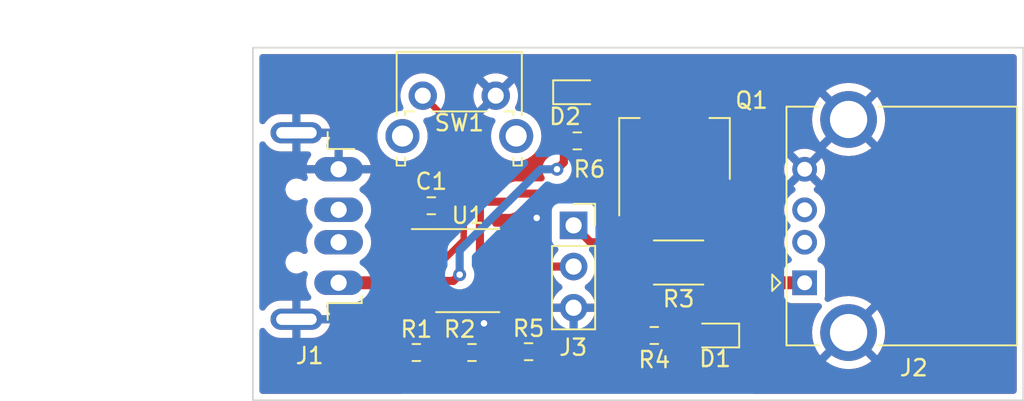
<source format=kicad_pcb>
(kicad_pcb (version 20221018) (generator pcbnew)
  (layers (0 "F.Cu" signal) (31 "B.Cu" signal) (34 "B.Paste" user) (35 "F.Paste" user) (36 "B.SilkS" user "B.Silkscreen") (37 "F.SilkS" user "F.Silkscreen") (38 "B.Mask" user) (39 "F.Mask" user) (44 "Edge.Cuts" user))
  (net 0 "")
  (net 1 "GND")
  (net 2 "VCC")
  (net 7 "Net-(J3-Pin_2)")
  (net 8 "/Stimul")
  (net 9 "/Voltage")
  (net 10 "Net-(D2-A)")
  (net 12 "Net-(D1-K)")
  (net 13 "Net-(D1-A)")
  (net 14 "Net-(U1-PA6)")
  (net 15 "Net-(U1-PA7)")
  (footprint "LED_SMD:LED_0603_1608Metric" (layer "F.Cu") (at 85 51)
    (fp_text reference "D2" (at -0.75 1.5) (layer "F.SilkS"))
    (fp_text value "LED")
    (fp_line (start -1.485 -0.735) (end -1.485 0.735) (stroke (width 0.12)) (layer "F.SilkS"))
    (fp_line (start -1.485 0.735) (end 0.8 0.735) (stroke (width 0.12)) (layer "F.SilkS"))
    (fp_line (start 0.8 -0.735) (end -1.485 -0.735) (stroke (width 0.12)) (layer "F.SilkS"))
    (pad "1" smd roundrect (at -0.7875 0) (size 0.875 0.95) (layers "F.Cu" "F.Paste" "F.Mask") (net 1 "GND"))
    (pad "2" smd roundrect (at 0.7875 0) (size 0.875 0.95) (layers "F.Cu" "F.Paste" "F.Mask") (net 10 "Net-(D2-A)"))
  )
  (footprint "Resistor_SMD:R_0603_1608Metric" (layer "F.Cu") (at 85 54)
    (fp_text reference "R6" (at 0.75 1.75) (layer "F.SilkS"))
    (fp_text value "1k5")
    (fp_line (start -0.237258 -0.5225) (end 0.237258 -0.5225) (stroke (width 0.12)) (layer "F.SilkS"))
    (fp_line (start -0.237258 0.5225) (end 0.237258 0.5225) (stroke (width 0.12)) (layer "F.SilkS"))
    (pad "1" smd roundrect (at -0.825 0) (size 0.8 0.95) (layers "F.Cu" "F.Paste" "F.Mask") (net 15 "Net-(U1-PA7)"))
    (pad "2" smd roundrect (at 0.825 0) (size 0.8 0.95) (layers "F.Cu" "F.Paste" "F.Mask") (net 10 "Net-(D2-A)"))
  )
  (footprint "Resistor_SMD:R_0603_1608Metric" (layer "F.Cu") (at 76 58 180)
    (fp_text reference "C1" (at 0 1.5) (layer "F.SilkS"))
    (fp_text value "100nF")
    (fp_line (start -0.237258 -0.5225) (end 0.237258 -0.5225) (stroke (width 0.12)) (layer "F.SilkS"))
    (fp_line (start -0.237258 0.5225) (end 0.237258 0.5225) (stroke (width 0.12)) (layer "F.SilkS"))
    (pad "1" smd roundrect (at -0.825 0 180) (size 0.8 0.95) (layers "F.Cu" "F.Paste" "F.Mask") (net 1 "GND"))
    (pad "2" smd roundrect (at 0.825 0 180) (size 0.8 0.95) (layers "F.Cu" "F.Paste" "F.Mask") (net 2 "VCC"))
  )
  (footprint "Resistor_SMD:R_0603_1608Metric" (layer "F.Cu") (at 75.08 67.05)
    (fp_text reference "R1" (at 0 -1.43) (layer "F.SilkS"))
    (fp_text value "10k")
    (fp_line (start -0.237258 -0.5225) (end 0.237258 -0.5225) (stroke (width 0.12)) (layer "F.SilkS"))
    (fp_line (start -0.237258 0.5225) (end 0.237258 0.5225) (stroke (width 0.12)) (layer "F.SilkS"))
    (pad "1" smd roundrect (at -0.825 0) (size 0.8 0.95) (layers "F.Cu" "F.Paste" "F.Mask") (net 2 "VCC"))
    (pad "2" smd roundrect (at 0.825 0) (size 0.8 0.95) (layers "F.Cu" "F.Paste" "F.Mask") (net 9 "/Voltage"))
  )
  (footprint "Package_SO:SOIC-8_3.9x4.9mm_P1.27mm" (layer "F.Cu") (at 78.25 62)
    (fp_text reference "U1" (at 0 -3.4) (layer "F.SilkS"))
    (fp_text value "ATtiny412-SS")
    (fp_line (start 0 -2.56) (end -3.45 -2.56) (stroke (width 0.12)) (layer "F.SilkS"))
    (fp_line (start 0 -2.56) (end 1.95 -2.56) (stroke (width 0.12)) (layer "F.SilkS"))
    (fp_line (start 0 2.56) (end -1.95 2.56) (stroke (width 0.12)) (layer "F.SilkS"))
    (fp_line (start 0 2.56) (end 1.95 2.56) (stroke (width 0.12)) (layer "F.SilkS"))
    (pad "1" smd roundrect (at -2.475 -1.905) (size 1.95 0.6) (layers "F.Cu" "F.Paste" "F.Mask") (net 2 "VCC"))
    (pad "2" smd roundrect (at -2.475 -0.635) (size 1.95 0.6) (layers "F.Cu" "F.Paste" "F.Mask") (net 14 "Net-(U1-PA6)"))
    (pad "3" smd roundrect (at -2.475 0.635) (size 1.95 0.6) (layers "F.Cu" "F.Paste" "F.Mask") (net 15 "Net-(U1-PA7)"))
    (pad "4" smd roundrect (at -2.475 1.905) (size 1.95 0.6) (layers "F.Cu" "F.Paste" "F.Mask") (net 9 "/Voltage"))
    (pad "5" smd roundrect (at 2.475 1.905) (size 1.95 0.6) (layers "F.Cu" "F.Paste" "F.Mask") (net 8 "/Stimul"))
    (pad "6" smd roundrect (at 2.475 0.635) (size 1.95 0.6) (layers "F.Cu" "F.Paste" "F.Mask") (net 7 "Net-(J3-Pin_2)"))
    (pad "7" smd roundrect (at 2.475 -0.635) (size 1.95 0.6) (layers "F.Cu" "F.Paste" "F.Mask"))
    (pad "8" smd roundrect (at 2.475 -1.905) (size 1.95 0.6) (layers "F.Cu" "F.Paste" "F.Mask") (net 1 "GND"))
  )
  (footprint "Vladyka:USB_A_Molex_18161_Horizontal" (layer "F.Cu") (at 59.31 59.25 180)
    (fp_text reference "J1" (at -9.19 -8 180) (layer "F.SilkS"))
    (fp_text value "USB_A")
    (fp_line (start -12.4 -4.75) (end -12.4 -4.29) (stroke (width 0.12)) (layer "F.SilkS"))
    (fp_line (start -12.4 -4.75) (end -10.3 -4.75) (stroke (width 0.12)) (layer "F.SilkS"))
    (fp_line (start -11.92 4.75) (end -10.3 4.75) (stroke (width 0.12)) (layer "F.SilkS"))
    (fp_line (start -10.3 -5.79) (end -10.3 -4.75) (stroke (width 0.12)) (layer "F.SilkS"))
    (fp_line (start -10.3 4.75) (end -10.3 5.79) (stroke (width 0.12)) (layer "F.SilkS"))
    (pad "" np_thru_hole circle (at -8.375 -2.25 180) (size 1.1 1.1) (drill 1.1) (layers "F&B.Cu" "*.Mask"))
    (pad "" np_thru_hole circle (at -8.375 2.25 180) (size 1.1 1.1) (drill 1.1) (layers "F&B.Cu" "*.Mask"))
    (pad "1" thru_hole oval (at -10.975 -3.5 180) (size 3 1.5) (drill 1) (layers "*.Cu" "*.Mask") (net 2 "VCC"))
    (pad "2" thru_hole oval (at -10.975 -1 180) (size 3 1.5) (drill 1) (layers "*.Cu" "*.Mask"))
    (pad "3" thru_hole oval (at -10.975 1 180) (size 3 1.5) (drill 1) (layers "*.Cu" "*.Mask"))
    (pad "4" thru_hole oval (at -10.975 3.5 180) (size 3 1.5) (drill 1) (layers "*.Cu" "*.Mask") (net 1 "GND"))
    (pad "5" thru_hole oval (at -8.375 -5.75 180) (size 3.2 1.3) (drill oval 2.5 0.7) (layers "*.Cu" "*.Mask") (net 1 "GND"))
    (pad "5" thru_hole oval (at -8.375 5.75 180) (size 3.2 1.3) (drill oval 2.5 0.7) (layers "*.Cu" "*.Mask") (net 1 "GND"))
  )
  (footprint "Resistor_SMD:R_0603_1608Metric" (layer "F.Cu") (at 82 67)
    (fp_text reference "R5" (at 0 -1.43) (layer "F.SilkS"))
    (fp_text value "24k")
    (fp_line (start -0.237258 -0.5225) (end 0.237258 -0.5225) (stroke (width 0.12)) (layer "F.SilkS"))
    (fp_line (start -0.237258 0.5225) (end 0.237258 0.5225) (stroke (width 0.12)) (layer "F.SilkS"))
    (pad "1" smd roundrect (at -0.825 0) (size 0.8 0.95) (layers "F.Cu" "F.Paste" "F.Mask") (net 8 "/Stimul"))
    (pad "2" smd roundrect (at 0.825 0) (size 0.8 0.95) (layers "F.Cu" "F.Paste" "F.Mask") (net 1 "GND"))
  )
  (footprint "Resistor_SMD:R_0603_1608Metric" (layer "F.Cu") (at 78.51 67.05)
    (fp_text reference "R2" (at -0.76 -1.43) (layer "F.SilkS"))
    (fp_text value "15k")
    (fp_line (start -0.237258 -0.5225) (end 0.237258 -0.5225) (stroke (width 0.12)) (layer "F.SilkS"))
    (fp_line (start -0.237258 0.5225) (end 0.237258 0.5225) (stroke (width 0.12)) (layer "F.SilkS"))
    (pad "1" smd roundrect (at -0.825 0) (size 0.8 0.95) (layers "F.Cu" "F.Paste" "F.Mask") (net 9 "/Voltage"))
    (pad "2" smd roundrect (at 0.825 0) (size 0.8 0.95) (layers "F.Cu" "F.Paste" "F.Mask") (net 1 "GND"))
  )
  (footprint "Resistor_SMD:R_2010_5025Metric_Pad1.40x2.65mm_HandSolder" (layer "F.Cu") (at 91.25 61.5)
    (fp_text reference "R3" (at 0 2.25) (layer "F.SilkS"))
    (fp_text value "47")
    (fp_line (start -1.527064 -1.36) (end 1.527064 -1.36) (stroke (width 0.12)) (layer "F.SilkS"))
    (fp_line (start -1.527064 1.36) (end 1.527064 1.36) (stroke (width 0.12)) (layer "F.SilkS"))
    (pad "1" smd roundrect (at -2.4 0) (size 1.4 2.65) (layers "F.Cu" "F.Paste" "F.Mask") (roundrect_rratio 0.1785707143) (net 2 "VCC"))
    (pad "2" smd roundrect (at 2.4 0) (size 1.4 2.65) (layers "F.Cu" "F.Paste" "F.Mask") (roundrect_rratio 0.1785707143) (net 12 "Net-(D1-K)"))
  )
  (footprint "Package_TO_SOT_SMD:SOT-223-3_TabPin2" (layer "F.Cu") (at 91 54.5 90)
    (fp_text reference "Q1" (at 3 4.75 180) (layer "F.SilkS"))
    (fp_text value "IRLL2705PbF")
    (fp_line (start -4.1 -3.41) (end 1.91 -3.41) (stroke (width 0.12)) (layer "F.SilkS"))
    (fp_line (start -1.85 3.41) (end 1.91 3.41) (stroke (width 0.12)) (layer "F.SilkS"))
    (fp_line (start 1.91 -3.41) (end 1.91 -2.15) (stroke (width 0.12)) (layer "F.SilkS"))
    (fp_line (start 1.91 3.41) (end 1.91 2.15) (stroke (width 0.12)) (layer "F.SilkS"))
    (pad "1" smd rect (at -3.15 -2.3 90) (size 2 1.5) (layers "F.Cu" "F.Paste" "F.Mask") (net 8 "/Stimul"))
    (pad "2" smd rect (at -3.15 0 90) (size 2 1.5) (layers "F.Cu" "F.Paste" "F.Mask") (net 12 "Net-(D1-K)"))
    (pad "2" smd rect (at 3.15 0 90) (size 2 3.8) (layers "F.Cu" "F.Paste" "F.Mask") (net 12 "Net-(D1-K)"))
    (pad "3" smd rect (at -3.15 2.3 90) (size 2 1.5) (layers "F.Cu" "F.Paste" "F.Mask") (net 1 "GND"))
  )
  (footprint "Connector_PinSocket_2.54mm:PinSocket_1x03_P2.54mm_Vertical" (layer "F.Cu") (at 84.775 59.21)
    (fp_text reference "J3" (at -0.025 7.525) (layer "F.SilkS"))
    (fp_text value "Conn_01x03")
    (fp_line (start -1.33 1.27) (end -1.33 6.41) (stroke (width 0.12)) (layer "F.SilkS"))
    (fp_line (start -1.33 1.27) (end 1.33 1.27) (stroke (width 0.12)) (layer "F.SilkS"))
    (fp_line (start -1.33 6.41) (end 1.33 6.41) (stroke (width 0.12)) (layer "F.SilkS"))
    (fp_line (start 0 -1.33) (end 1.33 -1.33) (stroke (width 0.12)) (layer "F.SilkS"))
    (fp_line (start 1.33 -1.33) (end 1.33 0) (stroke (width 0.12)) (layer "F.SilkS"))
    (fp_line (start 1.33 1.27) (end 1.33 6.41) (stroke (width 0.12)) (layer "F.SilkS"))
    (pad "1" thru_hole rect (at 0 0) (size 1.7 1.7) (drill 1) (layers "*.Cu" "*.Mask") (net 2 "VCC"))
    (pad "2" thru_hole oval (at 0 2.54) (size 1.7 1.7) (drill 1) (layers "*.Cu" "*.Mask") (net 7 "Net-(J3-Pin_2)"))
    (pad "3" thru_hole oval (at 0 5.08) (size 1.7 1.7) (drill 1) (layers "*.Cu" "*.Mask") (net 1 "GND"))
  )
  (footprint "LED_SMD:LED_0603_1608Metric" (layer "F.Cu") (at 93.5 66 180)
    (fp_text reference "D1" (at 0 -1.43) (layer "F.SilkS"))
    (fp_text value "LED")
    (fp_line (start -1.485 -0.735) (end -1.485 0.735) (stroke (width 0.12)) (layer "F.SilkS"))
    (fp_line (start -1.485 0.735) (end 0.8 0.735) (stroke (width 0.12)) (layer "F.SilkS"))
    (fp_line (start 0.8 -0.735) (end -1.485 -0.735) (stroke (width 0.12)) (layer "F.SilkS"))
    (pad "1" smd roundrect (at -0.7875 0 180) (size 0.875 0.95) (layers "F.Cu" "F.Paste" "F.Mask") (net 12 "Net-(D1-K)"))
    (pad "2" smd roundrect (at 0.7875 0 180) (size 0.875 0.95) (layers "F.Cu" "F.Paste" "F.Mask") (net 13 "Net-(D1-A)"))
  )
  (footprint "Button_Switch_THT:SW_Tactile_SPST_Angled_PTS645Vx58-2LFS" (layer "F.Cu") (at 75.475 51.2125)
    (fp_text reference "SW1" (at 2.25 1.68) (layer "F.SilkS"))
    (fp_text value "Start CNT")
    (fp_line (start -1.61 -2.7) (end -1.61 1.2) (stroke (width 0.12)) (layer "F.SilkS"))
    (fp_line (start -1.61 -2.7) (end 6.11 -2.7) (stroke (width 0.12)) (layer "F.SilkS"))
    (fp_line (start -1.61 3.8) (end -1.61 4.31) (stroke (width 0.12)) (layer "F.SilkS"))
    (fp_line (start -1.61 4.31) (end -1.09 4.31) (stroke (width 0.12)) (layer "F.SilkS"))
    (fp_line (start -1.09 0.97) (end -1.09 1.2) (stroke (width 0.12)) (layer "F.SilkS"))
    (fp_line (start -1.09 0.97) (end -0.55 0.97) (stroke (width 0.12)) (layer "F.SilkS"))
    (fp_line (start -1.09 3.8) (end -1.09 4.31) (stroke (width 0.12)) (layer "F.SilkS"))
    (fp_line (start 0.55 0.97) (end 3.95 0.97) (stroke (width 0.12)) (layer "F.SilkS"))
    (fp_line (start 5.05 0.97) (end 5.59 0.97) (stroke (width 0.12)) (layer "F.SilkS"))
    (fp_line (start 5.59 0.97) (end 5.59 1.2) (stroke (width 0.12)) (layer "F.SilkS"))
    (fp_line (start 5.59 3.8) (end 5.59 4.31) (stroke (width 0.12)) (layer "F.SilkS"))
    (fp_line (start 5.59 4.31) (end 6.11 4.31) (stroke (width 0.12)) (layer "F.SilkS"))
    (fp_line (start 6.11 -2.7) (end 6.11 1.2) (stroke (width 0.12)) (layer "F.SilkS"))
    (fp_line (start 6.11 3.8) (end 6.11 4.31) (stroke (width 0.12)) (layer "F.SilkS"))
    (pad "" thru_hole circle (at -1.25 2.49) (size 2.1 2.1) (drill 1.3) (layers "*.Cu" "*.Mask"))
    (pad "" thru_hole circle (at 5.76 2.49) (size 2.1 2.1) (drill 1.3) (layers "*.Cu" "*.Mask"))
    (pad "1" thru_hole circle (at 0 0) (size 1.75 1.75) (drill 0.99) (layers "*.Cu" "*.Mask") (net 14 "Net-(U1-PA6)"))
    (pad "2" thru_hole circle (at 4.5 0) (size 1.75 1.75) (drill 0.99) (layers "*.Cu" "*.Mask") (net 1 "GND"))
  )
  (footprint "Resistor_SMD:R_0603_1608Metric" (layer "F.Cu") (at 89.75 66)
    (fp_text reference "R4" (at 0 1.5) (layer "F.SilkS"))
    (fp_text value "1k5")
    (fp_line (start -0.237258 -0.5225) (end 0.237258 -0.5225) (stroke (width 0.12)) (layer "F.SilkS"))
    (fp_line (start -0.237258 0.5225) (end 0.237258 0.5225) (stroke (width 0.12)) (layer "F.SilkS"))
    (pad "1" smd roundrect (at -0.825 0) (size 0.8 0.95) (layers "F.Cu" "F.Paste" "F.Mask") (net 2 "VCC"))
    (pad "2" smd roundrect (at 0.825 0) (size 0.8 0.95) (layers "F.Cu" "F.Paste" "F.Mask") (net 13 "Net-(D1-A)"))
  )
  (footprint "Connector_USB:USB_A_CONNFLY_DS1095-WNR0" (layer "F.Cu") (at 99.0225 62.75 90)
    (fp_text reference "J2" (at -5.25 6.7275 180) (layer "F.SilkS"))
    (fp_text value "USB_A")
    (fp_line (start -3.86 -1.12) (end -3.86 0.86) (stroke (width 0.12)) (layer "F.SilkS"))
    (fp_line (start -3.86 -1.12) (end 10.86 -1.12) (stroke (width 0.12)) (layer "F.SilkS"))
    (fp_line (start -3.86 4.56) (end -3.86 13.1) (stroke (width 0.12)) (layer "F.SilkS"))
    (fp_line (start -3.86 13.1) (end 10.86 13.1) (stroke (width 0.12)) (layer "F.SilkS"))
    (fp_line (start -0.5 -2) (end 0 -1.5) (stroke (width 0.12)) (layer "F.SilkS"))
    (fp_line (start 0 -1.5) (end 0.5 -2) (stroke (width 0.12)) (layer "F.SilkS"))
    (fp_line (start 0.5 -2) (end -0.5 -2) (stroke (width 0.12)) (layer "F.SilkS"))
    (fp_line (start 10.86 0.86) (end 10.86 -1.12) (stroke (width 0.12)) (layer "F.SilkS"))
    (fp_line (start 10.86 4.56) (end 10.86 13.1) (stroke (width 0.12)) (layer "F.SilkS"))
    (pad "1" thru_hole rect (at 0 0 90) (size 1.524 1.524) (drill 0.92) (layers "*.Cu" "*.Mask") (net 2 "VCC"))
    (pad "2" thru_hole circle (at 2.5 0 90) (size 1.524 1.524) (drill 0.92) (layers "*.Cu" "*.Mask"))
    (pad "3" thru_hole circle (at 4.5 0 90) (size 1.524 1.524) (drill 0.92) (layers "*.Cu" "*.Mask"))
    (pad "4" thru_hole circle (at 7 0 90) (size 1.524 1.524) (drill 0.92) (layers "*.Cu" "*.Mask") (net 1 "GND"))
    (pad "5" thru_hole circle (at -3.07 2.71 90) (size 3.5 3.5) (drill 2.3) (layers "*.Cu" "*.Mask") (net 1 "GND"))
    (pad "5" thru_hole circle (at 10.07 2.71 90) (size 3.5 3.5) (drill 2.3) (layers "*.Cu" "*.Mask") (net 1 "GND"))
  )
  (gr_rect (start 65 48.25) (end 112.5 70) (stroke (width 0.1)) (fill none) (layer "Edge.Cuts"))
  (segment (start 79.335 65.335) (end 79.25 65.25) (width 0.127) (layer "F.Cu") (net 1))
  (segment (start 79.335 67.05) (end 79.335 65.335) (width 0.5) (layer "F.Cu") (net 1))
  (via (at 79.25 65.25) (size 0.8) (drill 0.4) (layers "F.Cu" "B.Cu") (net 1))
  (via (at 82.5 58.75) (size 0.8) (drill 0.4) (layers "F.Cu" "B.Cu") (net 1))
  (segment (start 74.75 68.5) (end 89 68.5) (width 0.8) (layer "F.Cu") (net 2))
  (segment (start 73.5 58) (end 75.175 58) (width 0.8) (layer "F.Cu") (net 2))
  (segment (start 70.035 62.75) (end 73.25 62.75) (width 0.8) (layer "F.Cu") (net 2))
  (segment (start 73.8 67.05) (end 73.25 66.5) (width 0.8) (layer "F.Cu") (net 2))
  (segment (start 88.925 66) (end 88.925 68.425) (width 0.8) (layer "F.Cu") (net 2))
  (segment (start 88.85 65.85) (end 88.85 61.5) (width 0.8) (layer "F.Cu") (net 2))
  (segment (start 96.25 67.5) (end 95.25 68.5) (width 0.8) (layer "F.Cu") (net 2))
  (segment (start 88.925 68.425) (end 89 68.5) (width 0.8) (layer "F.Cu") (net 2))
  (segment (start 96.75 62.75) (end 96.25 63.25) (width 0.8) (layer "F.Cu") (net 2))
  (segment (start 99.0225 62.75) (end 96.75 62.75) (width 0.8) (layer "F.Cu") (net 2))
  (segment (start 74.255 67.05) (end 74.25 67.05) (width 0.8) (layer "F.Cu") (net 2))
  (segment (start 85.815 60.25) (end 84.775 59.21) (width 0.5) (layer "F.Cu") (net 2))
  (segment (start 75.175 58) (end 75.175 58.925) (width 0.8) (layer "F.Cu") (net 2))
  (segment (start 96.25 63.25) (end 96.25 67.5) (width 0.8) (layer "F.Cu") (net 2))
  (segment (start 73.25 62.75) (end 73.25 58.25) (width 0.8) (layer "F.Cu") (net 2))
  (segment (start 74.255 67.05) (end 73.8 67.05) (width 0.8) (layer "F.Cu") (net 2))
  (segment (start 73.25 66.5) (end 73.25 62.75) (width 0.8) (layer "F.Cu") (net 2))
  (segment (start 88.925 66) (end 89 66) (width 0.8) (layer "F.Cu") (net 2))
  (segment (start 89 66) (end 88.85 65.85) (width 0.8) (layer "F.Cu") (net 2))
  (segment (start 75.775 59.525) (end 75.775 60.095) (width 0.6) (layer "F.Cu") (net 2))
  (segment (start 88.85 61.5) (end 87.6 60.25) (width 0.5) (layer "F.Cu") (net 2))
  (segment (start 95.25 68.5) (end 89 68.5) (width 0.8) (layer "F.Cu") (net 2))
  (segment (start 87.6 60.25) (end 85.815 60.25) (width 0.5) (layer "F.Cu") (net 2))
  (segment (start 74.255 67.05) (end 74.255 68.005) (width 0.8) (layer "F.Cu") (net 2))
  (segment (start 75.175 58.925) (end 75.775 59.525) (width 0.8) (layer "F.Cu") (net 2))
  (segment (start 73.25 58.25) (end 73.5 58) (width 0.8) (layer "F.Cu") (net 2))
  (segment (start 74.255 68.005) (end 74.75 68.5) (width 0.8) (layer "F.Cu") (net 2))
  (segment (start 82.635 62.385) (end 83 62.02) (width 0.5) (layer "F.Cu") (net 7))
  (segment (start 82.385 62.635) (end 80.725 62.635) (width 0.5) (layer "F.Cu") (net 7))
  (segment (start 80.725 62.725) (end 80.75 62.75) (width 0.25) (layer "F.Cu") (net 7))
  (segment (start 82.385 62.635) (end 82.635 62.385) (width 0.5) (layer "F.Cu") (net 7))
  (segment (start 82.635 62.385) (end 83.27 61.75) (width 0.5) (layer "F.Cu") (net 7))
  (segment (start 83.27 61.75) (end 84.775 61.75) (width 0.5) (layer "F.Cu") (net 7))
  (segment (start 80.725 62.635) (end 80.725 62.725) (width 0.25) (layer "F.Cu") (net 7))
  (segment (start 81.25 57.25) (end 80.75 57.75) (width 0.5) (layer "F.Cu") (net 8))
  (segment (start 79.25 57.75) (end 79 58) (width 0.5) (layer "F.Cu") (net 8))
  (segment (start 81.175 65.925) (end 81.175 67) (width 0.5) (layer "F.Cu") (net 8))
  (segment (start 80.75 57.75) (end 79.25 57.75) (width 0.5) (layer "F.Cu") (net 8))
  (segment (start 80.725 65.475) (end 81.175 65.925) (width 0.5) (layer "F.Cu") (net 8))
  (segment (start 79 58) (end 79 63.5) (width 0.5) (layer "F.Cu") (net 8))
  (segment (start 80.725 63.905) (end 80.725 64) (width 0.127) (layer "F.Cu") (net 8))
  (segment (start 80.725 65.25) (end 80.725 65.475) (width 0.5) (layer "F.Cu") (net 8))
  (segment (start 88.7 57.65) (end 87.9 57.65) (width 0.5) (layer "F.Cu") (net 8))
  (segment (start 87.5 57.25) (end 81.25 57.25) (width 0.5) (layer "F.Cu") (net 8))
  (segment (start 87.9 57.65) (end 87.5 57.25) (width 0.5) (layer "F.Cu") (net 8))
  (segment (start 79 63.5) (end 79.405 63.905) (width 0.5) (layer "F.Cu") (net 8))
  (segment (start 79.405 63.905) (end 80.725 63.905) (width 0.5) (layer "F.Cu") (net 8))
  (segment (start 80.725 63.905) (end 80.725 65.25) (width 0.5) (layer "F.Cu") (net 8))
  (segment (start 75.905 67.05) (end 77.685 67.05) (width 0.5) (layer "F.Cu") (net 9))
  (segment (start 75.905 67.05) (end 75.905 64.035) (width 0.5) (layer "F.Cu") (net 9))
  (segment (start 75.905 64.035) (end 75.775 63.905) (width 0.25) (layer "F.Cu") (net 9))
  (segment (start 85.7875 53.9625) (end 85.825 54) (width 0.25) (layer "F.Cu") (net 10))
  (segment (start 85.7875 51) (end 85.7875 53.9625) (width 0.5) (layer "F.Cu") (net 10))
  (segment (start 93.65 61.5) (end 93.65 63.4) (width 0.5) (layer "F.Cu") (net 12))
  (segment (start 93.65 63.4) (end 94.2875 64.0375) (width 0.5) (layer "F.Cu") (net 12))
  (segment (start 91 58.85) (end 93.65 61.5) (width 0.8) (layer "F.Cu") (net 12))
  (segment (start 93.65 61.5) (end 94.2875 62.1375) (width 0.127) (layer "F.Cu") (net 12))
  (segment (start 94.2875 64.0375) (end 94.2875 66) (width 0.5) (layer "F.Cu") (net 12))
  (segment (start 91 57.65) (end 91 58.85) (width 0.8) (layer "F.Cu") (net 12))
  (segment (start 90.575 66) (end 92.7125 66) (width 0.5) (layer "F.Cu") (net 13))
  (segment (start 76.749999 61.365) (end 75.775 61.365) (width 0.4) (layer "F.Cu") (net 14))
  (segment (start 75.475 51.2125) (end 78 53.7375) (width 0.4) (layer "F.Cu") (net 14))
  (segment (start 78 53.7375) (end 78 60.114999) (width 0.4) (layer "F.Cu") (net 14))
  (segment (start 78 60.114999) (end 76.749999 61.365) (width 0.4) (layer "F.Cu") (net 14))
  (segment (start 77.365 62.635) (end 77.75 62.25) (width 0.5) (layer "F.Cu") (net 15))
  (segment (start 83.75 55.75) (end 84.175 55.325) (width 0.5) (layer "F.Cu") (net 15))
  (segment (start 75.775 62.635) (end 77.365 62.635) (width 0.5) (layer "F.Cu") (net 15))
  (segment (start 84.175 55.325) (end 84.175 54) (width 0.5) (layer "F.Cu") (net 15))
  (via (at 83.75 55.75) (size 0.8) (drill 0.4) (layers "F.Cu" "B.Cu") (net 15))
  (via (at 77.75 62.25) (size 0.8) (drill 0.4) (layers "F.Cu" "B.Cu") (net 15))
  (segment (start 82.75 55.75) (end 77.75 60.75) (width 0.5) (layer "B.Cu") (net 15))
  (segment (start 83.75 55.75) (end 82.75 55.75) (width 0.5) (layer "B.Cu") (net 15))
  (segment (start 77.75 60.75) (end 77.75 62.25) (width 0.5) (layer "B.Cu") (net 15))
  (zone (net 1) (net_name "GND") (layers "F&B.Cu") (connect_pads (clearance 0.5)) (min_thickness 0.4) (fill yes (thermal_gap 0.5) (thermal_bridge_width 0.5))
    (polygon (pts (xy 65 48.25) (xy 112.5 48.25) (xy 112.5 70) (xy 65 70)))
  )
)
</source>
